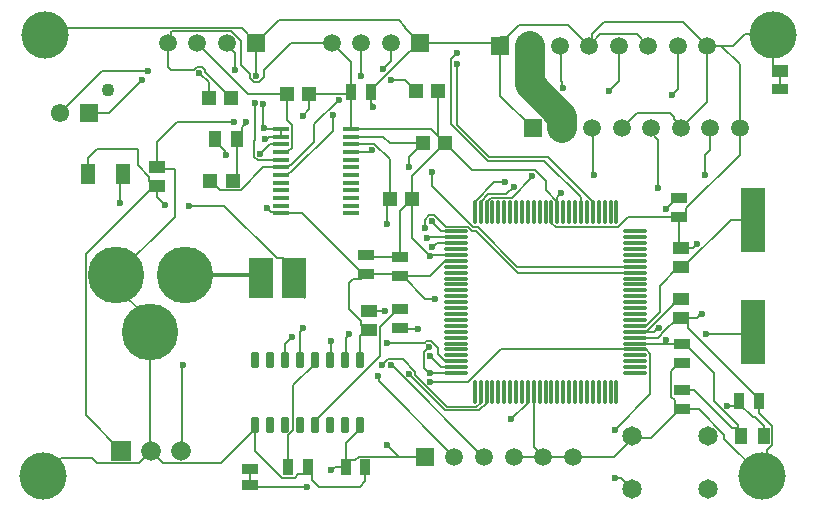
<source format=gtl>
G04*
G04 #@! TF.GenerationSoftware,Altium Limited,Altium Designer,24.0.1 (36)*
G04*
G04 Layer_Physical_Order=1*
G04 Layer_Color=255*
%FSLAX44Y44*%
%MOMM*%
G71*
G04*
G04 #@! TF.SameCoordinates,AE154294-96CE-490B-A9AE-858F9377290F*
G04*
G04*
G04 #@! TF.FilePolarity,Positive*
G04*
G01*
G75*
%ADD16R,1.1500X1.1500*%
%ADD17R,1.3900X0.9600*%
%ADD18R,1.4000X1.0000*%
%ADD19R,0.9600X1.3900*%
%ADD20R,1.0000X1.4000*%
%ADD21R,1.4700X1.0200*%
%ADD22O,2.1000X0.3000*%
%ADD23O,0.3000X2.1000*%
%ADD24R,1.4750X0.4500*%
%ADD25R,2.0000X3.5000*%
%ADD26R,1.1500X1.8000*%
%ADD27R,2.0000X5.5000*%
G04:AMPARAMS|DCode=28|XSize=1.31mm|YSize=0.62mm|CornerRadius=0.0775mm|HoleSize=0mm|Usage=FLASHONLY|Rotation=270.000|XOffset=0mm|YOffset=0mm|HoleType=Round|Shape=RoundedRectangle|*
%AMROUNDEDRECTD28*
21,1,1.3100,0.4650,0,0,270.0*
21,1,1.1550,0.6200,0,0,270.0*
1,1,0.1550,-0.2325,-0.5775*
1,1,0.1550,-0.2325,0.5775*
1,1,0.1550,0.2325,0.5775*
1,1,0.1550,0.2325,-0.5775*
%
%ADD28ROUNDEDRECTD28*%
%ADD42C,1.1000*%
%ADD43C,1.5500*%
%ADD44R,1.5500X1.5500*%
%ADD53C,0.1524*%
%ADD54C,0.3000*%
%ADD55C,2.5000*%
%ADD56C,1.5080*%
%ADD57R,1.5080X1.5080*%
%ADD58C,1.6500*%
%ADD59C,4.8000*%
%ADD60R,1.6650X1.6650*%
%ADD61C,1.6650*%
%ADD62C,0.6000*%
%ADD63C,4.0000*%
D16*
X1317040Y717550D02*
D03*
X1336040D02*
D03*
X1289100Y670560D02*
D03*
X1308100D02*
D03*
X1311300Y762000D02*
D03*
X1330300D02*
D03*
X1202080Y759460D02*
D03*
X1221080D02*
D03*
X1137310Y685800D02*
D03*
X1156310D02*
D03*
X1136040Y755650D02*
D03*
X1155040D02*
D03*
D17*
X1170940Y427990D02*
D03*
Y441960D02*
D03*
X1619250Y763270D02*
D03*
X1536700Y531650D02*
D03*
Y547850D02*
D03*
Y492280D02*
D03*
Y508480D02*
D03*
X1534160Y654840D02*
D03*
Y671040D02*
D03*
X1297940Y604830D02*
D03*
Y621030D02*
D03*
X1268730Y606580D02*
D03*
Y622780D02*
D03*
X1297940Y560860D02*
D03*
Y577060D02*
D03*
D18*
X1619250Y778510D02*
D03*
D19*
X1601470Y499110D02*
D03*
X1585270D02*
D03*
X1273020Y760730D02*
D03*
X1256820D02*
D03*
X1268420Y443230D02*
D03*
X1252220D02*
D03*
X1219680D02*
D03*
X1203480D02*
D03*
D20*
X1605890Y469900D02*
D03*
X1586890D02*
D03*
X1141120Y721360D02*
D03*
X1160120D02*
D03*
D21*
X1535430Y585950D02*
D03*
Y569750D02*
D03*
Y612450D02*
D03*
Y628650D02*
D03*
X1271270Y559590D02*
D03*
Y575790D02*
D03*
X1092200Y681510D02*
D03*
Y697710D02*
D03*
D22*
X1345130Y522930D02*
D03*
Y527930D02*
D03*
Y532930D02*
D03*
Y537930D02*
D03*
Y542930D02*
D03*
Y547930D02*
D03*
Y552930D02*
D03*
Y557930D02*
D03*
Y562930D02*
D03*
Y567930D02*
D03*
Y572930D02*
D03*
Y577930D02*
D03*
Y582930D02*
D03*
Y587930D02*
D03*
Y592930D02*
D03*
Y597930D02*
D03*
Y602930D02*
D03*
Y607930D02*
D03*
Y612930D02*
D03*
Y617930D02*
D03*
Y622930D02*
D03*
Y627930D02*
D03*
Y632930D02*
D03*
Y637930D02*
D03*
Y642930D02*
D03*
X1497130D02*
D03*
Y637930D02*
D03*
Y632930D02*
D03*
Y627930D02*
D03*
Y622930D02*
D03*
Y617930D02*
D03*
Y612930D02*
D03*
Y607930D02*
D03*
Y602930D02*
D03*
Y597930D02*
D03*
Y592930D02*
D03*
Y587930D02*
D03*
Y582930D02*
D03*
Y577930D02*
D03*
Y572930D02*
D03*
Y567930D02*
D03*
Y562930D02*
D03*
Y557930D02*
D03*
Y552930D02*
D03*
Y547930D02*
D03*
Y542930D02*
D03*
Y537930D02*
D03*
Y532930D02*
D03*
Y527930D02*
D03*
Y522930D02*
D03*
D23*
X1361130Y658930D02*
D03*
X1366130D02*
D03*
X1371130D02*
D03*
X1376130D02*
D03*
X1381130D02*
D03*
X1386130D02*
D03*
X1391130D02*
D03*
X1396130D02*
D03*
X1401130D02*
D03*
X1406130D02*
D03*
X1411130D02*
D03*
X1416130D02*
D03*
X1421130D02*
D03*
X1426130D02*
D03*
X1431130D02*
D03*
X1436130D02*
D03*
X1441130D02*
D03*
X1446130D02*
D03*
X1451130D02*
D03*
X1456130D02*
D03*
X1461130D02*
D03*
X1466130D02*
D03*
X1471130D02*
D03*
X1476130D02*
D03*
X1481130D02*
D03*
Y506930D02*
D03*
X1476130D02*
D03*
X1471130D02*
D03*
X1466130D02*
D03*
X1461130D02*
D03*
X1456130D02*
D03*
X1451130D02*
D03*
X1446130D02*
D03*
X1441130D02*
D03*
X1436130D02*
D03*
X1431130D02*
D03*
X1426130D02*
D03*
X1421130D02*
D03*
X1416130D02*
D03*
X1411130D02*
D03*
X1406130D02*
D03*
X1401130D02*
D03*
X1396130D02*
D03*
X1391130D02*
D03*
X1386130D02*
D03*
X1381130D02*
D03*
X1376130D02*
D03*
X1371130D02*
D03*
X1366130D02*
D03*
X1361130D02*
D03*
D24*
X1197270Y729580D02*
D03*
Y723080D02*
D03*
Y716580D02*
D03*
Y710080D02*
D03*
Y703580D02*
D03*
Y697080D02*
D03*
Y690580D02*
D03*
Y684080D02*
D03*
Y677580D02*
D03*
Y671080D02*
D03*
Y664580D02*
D03*
Y658080D02*
D03*
X1256030D02*
D03*
Y664580D02*
D03*
Y671080D02*
D03*
Y677580D02*
D03*
Y684080D02*
D03*
Y690580D02*
D03*
Y697080D02*
D03*
Y703580D02*
D03*
Y710080D02*
D03*
Y716580D02*
D03*
Y723080D02*
D03*
Y729580D02*
D03*
D25*
X1207800Y603250D02*
D03*
X1179800D02*
D03*
D26*
X1033780Y691435D02*
D03*
X1063780D02*
D03*
D27*
X1596390Y557530D02*
D03*
Y652530D02*
D03*
D28*
X1263650Y533790D02*
D03*
X1250950D02*
D03*
X1238250D02*
D03*
X1225550D02*
D03*
X1212850D02*
D03*
X1200150D02*
D03*
X1187450D02*
D03*
X1174750D02*
D03*
Y478790D02*
D03*
X1187450D02*
D03*
X1200150D02*
D03*
X1212850D02*
D03*
X1225550D02*
D03*
X1238250D02*
D03*
X1250950D02*
D03*
X1263650D02*
D03*
D42*
X1050850Y762780D02*
D03*
D43*
X1009850Y742780D02*
D03*
D44*
X1034850D02*
D03*
D53*
X1431130Y667930D02*
Y671729D01*
Y658930D02*
Y667930D01*
Y671729D02*
X1433830Y674429D01*
Y675640D01*
X1051390Y742780D02*
X1079500Y770890D01*
X1034850Y742780D02*
X1051390D01*
X1283387Y780363D02*
X1290188Y787164D01*
X1273020Y762880D02*
X1306002Y795862D01*
X1127760Y777240D02*
X1136040Y768960D01*
X1341168Y788718D02*
X1346200Y793750D01*
X1341168Y733871D02*
Y788718D01*
Y733871D02*
X1372245Y702793D01*
X1420053D01*
X1451130Y671716D01*
Y658930D02*
Y671716D01*
X1346200Y732790D02*
X1372870Y706120D01*
X1346200Y732790D02*
Y784860D01*
X1372870Y706120D02*
X1422940D01*
X1461130Y667930D01*
Y658930D02*
Y667930D01*
X1009850Y742780D02*
X1045580Y778510D01*
X1084580D01*
X1290320Y770890D02*
X1302410D01*
X1290188Y787164D02*
Y802640D01*
X1302410Y770890D02*
X1311300Y762000D01*
X1240188Y802640D02*
X1256820Y786008D01*
Y760730D02*
Y786008D01*
X1336040Y717550D02*
X1358948Y694642D01*
X1330300Y723290D02*
X1336040Y717550D01*
X1330300Y723290D02*
Y762000D01*
X1324010Y729580D02*
X1330300Y723290D01*
X1182370Y779780D02*
X1205230Y802640D01*
X1002966Y815006D02*
X1163724D01*
X1176020Y802570D02*
X1176090Y802640D01*
X1176020Y774748D02*
Y802570D01*
X996950Y808990D02*
X1002966Y815006D01*
X1429662Y646398D02*
X1482593D01*
X1426130Y649930D02*
X1429662Y646398D01*
X1392318Y671462D02*
X1409700Y688844D01*
Y689610D01*
X1421216Y677844D02*
X1431130Y667930D01*
X1421216Y677844D02*
Y685210D01*
X1358948Y694642D02*
X1411784D01*
X1085612Y685848D02*
X1089950Y681510D01*
X1085612Y685848D02*
Y688974D01*
X1075690Y698896D02*
X1085612Y688974D01*
X1107440Y655120D02*
Y695067D01*
X1106547Y695960D02*
X1107440Y695067D01*
X1092200Y697710D02*
Y718820D01*
X1093950Y695960D02*
X1106547D01*
X1108710Y735330D02*
X1156970D01*
X1092200Y718820D02*
X1108710Y735330D01*
X1174750Y720101D02*
Y751840D01*
X1164358Y731347D02*
X1167130Y734119D01*
Y735330D01*
X1182124Y730496D02*
Y750169D01*
Y730496D02*
X1182370Y730250D01*
X1177368Y703251D02*
X1196941D01*
X1182370Y730250D02*
X1183040Y729580D01*
X1197270D01*
X1174420Y706198D02*
Y719772D01*
X1174750Y720101D01*
X1041400Y712470D02*
X1074797D01*
X1075690Y711577D01*
Y698896D02*
Y711577D01*
X1198562Y619988D02*
X1207800Y610750D01*
X1193436Y619988D02*
X1198562D01*
X1118870Y664210D02*
X1149214D01*
X1207800Y603250D02*
Y610750D01*
X1149214Y664210D02*
X1193436Y619988D01*
X1177520Y605530D02*
X1179800Y603250D01*
X1608760Y440360D02*
Y457896D01*
X1612922Y462058D01*
X1572412Y467208D02*
X1604010Y435610D01*
X1608760Y440360D01*
X995680Y435835D02*
X1010695Y450850D01*
X995680Y435610D02*
Y435835D01*
X1010695Y450850D02*
X1037248D01*
X1041255Y446843D01*
X1569720Y800100D02*
X1579880D01*
X1557960D02*
X1569720D01*
X1590040Y810260D02*
X1612490D01*
X1613760Y808990D01*
X1579880Y800100D02*
X1590040Y810260D01*
X1170940Y427990D02*
X1172210Y426720D01*
X1219200D01*
X1497130Y547930D02*
X1527250D01*
X1323340Y523085D02*
X1344975D01*
X1479550Y474980D02*
Y475860D01*
X1240731Y440690D02*
X1243271Y443230D01*
X1252220D01*
X1239520Y440690D02*
X1240731D01*
X1170940Y427990D02*
Y441960D01*
X1613760Y782748D02*
X1617998Y778510D01*
X1613760Y782748D02*
Y808990D01*
X1617998Y778510D02*
X1619250D01*
Y763270D02*
Y778510D01*
X1435307Y765190D02*
X1436163Y764333D01*
X1435307Y765190D02*
Y769318D01*
X1434244Y770381D02*
X1435307Y769318D01*
X1434244Y770381D02*
Y798816D01*
X1329901Y539159D02*
Y544115D01*
Y539159D02*
X1336130Y532930D01*
X1324154Y549862D02*
X1329901Y544115D01*
X1336130Y532930D02*
X1345130D01*
X1612922Y462058D02*
Y477742D01*
X1460430Y730250D02*
X1461100Y729580D01*
Y691550D02*
Y729580D01*
Y691550D02*
X1461770Y690880D01*
X1374662Y671462D02*
X1392318D01*
X1371130Y667930D02*
X1374662Y671462D01*
X1372456Y674256D02*
X1387996D01*
X1371130Y658930D02*
Y667930D01*
X1387996Y674256D02*
X1394460Y680720D01*
X1411784Y694642D02*
X1421216Y685210D01*
X1366130Y667930D02*
X1372456Y674256D01*
X1516380Y679450D02*
Y720632D01*
X1510430Y726582D02*
Y730250D01*
Y726582D02*
X1516380Y720632D01*
X1536310Y654840D02*
X1540348Y658878D01*
Y662604D02*
X1585430Y707686D01*
X1540348Y658878D02*
Y662604D01*
X1534160Y654840D02*
X1536310D01*
X1585430Y707686D02*
Y730250D01*
X1366130Y658930D02*
Y667930D01*
X1555750Y707425D02*
X1560430Y712105D01*
X1555750Y690880D02*
Y707425D01*
X1560430Y712105D02*
Y730250D01*
X1361130Y667930D02*
X1377730Y684530D01*
X1386840D01*
X1361130Y658930D02*
Y667930D01*
X1382960Y757720D02*
X1410430Y730250D01*
X1382960Y757720D02*
Y800100D01*
X1491035Y654840D02*
X1534160D01*
X1482593Y646398D02*
X1491035Y654840D01*
X1426130Y649930D02*
Y658930D01*
X1432960Y800100D02*
X1434244Y798816D01*
X1324610Y650664D02*
X1332344Y642930D01*
X1318794Y645878D02*
Y652794D01*
X1332344Y642930D02*
X1345130D01*
X1322526Y656526D02*
X1326694D01*
X1324610Y650664D02*
Y651494D01*
X1326694Y656526D02*
X1336758Y646462D01*
X1355652D01*
X1318794Y652794D02*
X1322526Y656526D01*
X1355652Y646462D02*
X1358510Y643604D01*
X1320800Y637540D02*
X1320995Y637735D01*
X1344935D01*
X1460166Y802306D02*
X1467532Y809672D01*
X1457960Y800100D02*
X1460166Y802306D01*
X1498388Y809672D02*
X1507960Y800100D01*
X1467532Y809672D02*
X1498388D01*
X1474470Y762000D02*
X1482960Y770490D01*
Y800100D01*
X1344935Y637735D02*
X1345130Y637930D01*
X1527810Y758190D02*
X1532960Y763340D01*
Y800100D01*
X1328831Y632930D02*
X1345130D01*
X1325821Y629920D02*
X1328831Y632930D01*
X1324610Y629920D02*
X1325821D01*
X1308100Y637540D02*
X1323340Y622300D01*
X1308100Y637540D02*
Y670560D01*
Y689610D02*
X1336040Y717550D01*
X1529688Y738404D02*
Y739802D01*
X1535430Y730250D02*
Y732662D01*
X1529688Y738404D02*
X1535430Y732662D01*
X1526540Y742950D02*
X1529688Y739802D01*
X1498600Y742950D02*
X1526540D01*
X1485900Y730250D02*
X1498600Y742950D01*
X1485430Y730250D02*
X1485900D01*
X1585430D02*
Y784390D01*
X1569720Y800100D02*
X1585430Y784390D01*
X1323340Y622300D02*
X1323688Y622648D01*
X1344848D01*
X1557960Y752780D02*
Y800100D01*
X1535430Y730250D02*
X1557960Y752780D01*
X1300090Y604830D02*
X1323030D01*
X1506130Y557930D02*
X1512766D01*
X1497130D02*
X1506130D01*
X1515672Y560836D02*
X1516884D01*
X1512766Y557930D02*
X1515672Y560836D01*
X1557020Y556260D02*
X1595120D01*
X1596390Y557530D01*
X1527250Y547930D02*
X1527330Y547850D01*
X1522730Y661760D02*
X1532010Y671040D01*
X1522730Y661670D02*
Y661760D01*
X1532010Y671040D02*
X1534160D01*
X1520912Y557482D02*
X1533180Y569750D01*
X1516360Y552930D02*
X1517698Y554268D01*
Y554534D02*
X1520646Y557482D01*
X1520912D01*
X1517698Y554268D02*
Y554534D01*
X1527330Y547850D02*
X1536700D01*
X1535430Y628650D02*
X1545590D01*
X1534160Y629920D02*
Y654840D01*
Y629920D02*
X1535430Y628650D01*
X1537680Y569750D02*
X1548979D01*
X1535430D02*
X1537680D01*
X1545590Y628650D02*
X1549400Y632460D01*
X1548979Y569750D02*
X1551999Y572770D01*
X1553210D01*
X1538850Y547850D02*
X1563401Y523299D01*
X1583914Y474875D02*
Y479069D01*
Y472876D02*
Y474875D01*
X1582652Y476138D02*
X1583914Y474875D01*
X1563401Y499582D02*
Y523299D01*
Y499582D02*
X1583914Y479069D01*
Y472876D02*
X1586890Y469900D01*
X1537680Y569750D02*
X1542018Y565412D01*
Y560712D02*
Y565412D01*
Y560712D02*
X1601470Y501260D01*
Y499110D02*
Y501260D01*
X1537680Y612450D02*
X1577760Y652530D01*
X1535430Y612450D02*
X1537680D01*
X1577760Y652530D02*
X1596390D01*
X1517726Y574526D02*
Y596996D01*
X1533180Y612450D02*
X1535430D01*
X1497130Y562930D02*
X1506130D01*
X1517726Y574526D01*
Y596996D02*
X1533180Y612450D01*
X1506130Y557930D02*
X1528842Y580642D01*
Y581612D01*
X1533180Y585950D01*
X1535430D01*
X1533180Y569750D02*
X1535430D01*
X1497130Y552930D02*
X1516360D01*
X1530512Y496318D02*
X1534550Y492280D01*
X1530512Y496318D02*
Y500044D01*
X1527718Y502838D02*
X1530512Y500044D01*
X1534550Y492280D02*
X1536700D01*
X1527718Y502838D02*
Y524818D01*
X1534550Y531650D01*
X1536700D01*
X1541649Y508480D02*
X1546599D01*
X1536700Y547850D02*
X1538850D01*
X1574800Y495300D02*
X1583610D01*
X1585270Y496960D01*
X1601470Y489194D02*
Y499110D01*
X1550841Y492280D02*
X1572412Y470709D01*
Y467208D02*
Y470709D01*
X1536700Y492280D02*
X1550841D01*
X1601470Y489194D02*
X1612922Y477742D01*
X1598674Y485706D02*
X1605890Y478490D01*
Y469900D02*
Y478490D01*
X1076763Y446843D02*
X1087120Y457200D01*
X1041255Y446843D02*
X1076763D01*
X1163724Y815006D02*
X1176090Y802640D01*
X1585270Y496960D02*
X1596524Y485706D01*
X1598674D01*
X1480146Y433744D02*
X1484836D01*
X1479550Y434340D02*
X1480146Y433744D01*
X1484836D02*
X1494040Y424540D01*
X1479550Y474980D02*
X1509662Y505092D01*
Y539398D01*
X1506130Y542930D02*
X1509662Y539398D01*
X1497130Y542930D02*
X1506130D01*
X1495310Y468270D02*
X1510540D01*
X1534550Y492280D01*
X1578941Y476138D02*
X1582652D01*
X1546599Y508480D02*
X1578941Y476138D01*
X1355825Y515620D02*
X1383135Y542930D01*
X1323340Y515620D02*
X1355825D01*
X1383135Y542930D02*
X1497130D01*
X1287732Y534622D02*
X1300121D01*
X1318308Y527002D02*
X1319506Y525804D01*
X1310688Y521156D02*
X1337446Y494398D01*
X1319565Y525804D02*
X1322129Y523240D01*
X1323340D01*
X1310688Y521156D02*
Y524054D01*
X1300121Y534622D02*
X1310688Y524054D01*
X1319506Y525804D02*
X1319565D01*
X1337446Y494398D02*
X1362598D01*
X1336022Y491604D02*
X1364804D01*
X1305608Y522018D02*
X1336022Y491604D01*
X1344975Y523085D02*
X1345130Y522930D01*
X1297940Y604830D02*
X1300090D01*
X1319450Y585470D01*
X1327737D01*
X1332620Y527930D02*
X1345130D01*
X1323340Y537210D02*
X1332620Y527930D01*
X1318308Y541068D02*
X1322070Y544830D01*
X1318308Y527002D02*
Y541068D01*
X1256030Y729580D02*
X1324010D01*
X1305560Y697230D02*
Y706070D01*
X1317040Y717550D01*
X1324610Y681455D02*
X1359667Y646398D01*
X1363618D01*
X1397086Y612930D01*
X1497130D01*
X1324610Y681455D02*
Y693420D01*
X1358510Y643604D02*
X1362461D01*
X1398135Y607930D01*
X1286510Y667970D02*
X1289100Y670560D01*
X1286510Y648970D02*
Y667970D01*
X1398135Y607930D02*
X1497130D01*
X1411130Y459980D02*
Y506930D01*
X1418990Y452120D02*
X1443990D01*
X1391920Y483870D02*
X1392065D01*
X1406130Y497935D02*
Y506930D01*
X1392065Y483870D02*
X1406130Y497935D01*
X1344848Y622648D02*
X1345130Y622930D01*
X1319986Y549862D02*
X1324154D01*
X1286510Y548640D02*
X1318764D01*
X1319986Y549862D01*
X1298730Y560070D02*
X1313180D01*
X1297940Y560860D02*
X1298730Y560070D01*
X1280652Y561922D02*
X1295790Y577060D01*
X1323030Y604830D02*
X1336130Y617930D01*
X1345130D01*
X1238250Y533790D02*
X1239520Y535060D01*
Y549910D01*
X1364804Y491604D02*
X1371130Y497930D01*
Y506930D01*
X1280652Y537342D02*
Y561922D01*
X1225550Y482240D02*
X1280652Y537342D01*
X1263650Y533790D02*
Y554220D01*
X1290920Y529590D02*
X1368390Y452120D01*
X1282700Y529590D02*
X1287732Y534622D01*
X1290320Y529590D02*
X1290920D01*
X1279746Y516364D02*
Y519844D01*
X1278890Y520700D02*
X1279746Y519844D01*
Y516364D02*
X1343990Y452120D01*
X1057850Y605530D02*
X1107440Y655120D01*
X1031818Y623378D02*
X1089950Y681510D01*
X1092200Y697710D02*
X1093950Y695960D01*
X1254760Y555049D02*
Y556260D01*
X1250950Y533790D02*
X1252513Y535353D01*
Y552802D01*
X1254760Y555049D01*
X1362598Y494398D02*
X1366130Y497930D01*
Y506930D01*
X1271750Y575310D02*
X1285240D01*
X1271270Y575790D02*
X1271750Y575310D01*
X1263650Y554220D02*
X1269020Y559590D01*
X1296190Y606580D02*
X1297940Y604830D01*
X1268730Y606580D02*
X1296190D01*
X1264682Y563928D02*
Y567054D01*
Y563928D02*
X1269020Y559590D01*
X1254760Y576976D02*
X1264682Y567054D01*
X1295790Y577060D02*
X1297940D01*
X1287541Y452120D02*
X1296670D01*
X1286510Y462280D02*
X1296670Y452120D01*
X1318990D01*
X1393990D02*
X1418990D01*
X1411130Y459980D02*
X1418990Y452120D01*
X1443990D02*
X1479160D01*
X1495310Y468270D01*
X1207718Y512508D02*
X1225550Y530340D01*
Y533790D01*
X1203480Y443230D02*
Y470050D01*
X1207718Y474288D01*
Y512508D01*
X1215390Y560129D02*
Y561340D01*
X1212850Y533790D02*
Y557589D01*
X1215390Y560129D01*
X1368390Y452120D02*
X1368990D01*
X1200150Y547370D02*
X1206500Y553720D01*
X1200150Y533790D02*
Y547370D01*
X1252220Y445380D02*
Y463910D01*
Y445380D02*
X1256258Y449418D01*
X1259984D01*
X1262778Y452212D01*
X1252220Y443230D02*
Y445380D01*
X1262778Y452212D02*
X1287449D01*
X1287541Y452120D01*
X1252220Y463910D02*
X1263650Y475340D01*
Y478790D01*
X1308100Y670560D02*
Y689610D01*
X1256820Y730370D02*
Y760730D01*
X1184851Y721360D02*
X1186571Y723080D01*
X1197270D01*
X1183640Y721360D02*
X1184851D01*
X1187750Y716580D02*
X1197270D01*
X1179453Y708282D02*
X1187750Y716580D01*
X1196148Y659202D02*
X1197270Y658080D01*
X1188648Y659202D02*
X1196148D01*
X1184910Y662940D02*
X1188648Y659202D01*
X1265054Y774834D02*
Y802506D01*
X1265188Y802640D01*
X1264920Y774700D02*
X1265054Y774834D01*
X1225073Y733583D02*
X1245870Y754380D01*
X1225073Y718885D02*
Y733583D01*
X1205487Y699298D02*
X1225073Y718885D01*
X1204613Y699298D02*
X1205487D01*
X1202395Y697080D02*
X1204613Y699298D01*
X1197270Y697080D02*
X1202395D01*
X1215390Y740410D02*
X1221080Y746100D01*
Y759460D01*
X1202080Y737269D02*
Y759460D01*
Y737269D02*
X1206677Y732672D01*
Y713488D02*
Y732672D01*
X1205487Y712298D02*
X1206677Y713488D01*
X1204613Y712298D02*
X1205487D01*
X1202395Y710080D02*
X1204613Y712298D01*
X1197270Y710080D02*
X1202395D01*
Y690580D02*
X1204613Y692798D01*
X1205487D01*
X1240790Y728101D01*
X1197270Y690580D02*
X1202395D01*
X1240790Y728101D02*
Y741680D01*
X1273020Y751301D02*
X1275080Y749241D01*
X1273020Y751301D02*
Y760730D01*
X1275080Y748030D02*
Y749241D01*
X1289100Y670560D02*
Y703741D01*
X1272956Y711557D02*
X1274167D01*
X1256030Y710080D02*
X1271479D01*
X1272956Y711557D01*
X1276252Y716590D02*
X1289100Y703741D01*
X1256040Y716590D02*
X1276252D01*
X1256030Y716580D02*
X1256040Y716590D01*
X1256030Y723080D02*
X1283839D01*
X1270480Y621030D02*
X1297940D01*
X1268730Y622780D02*
X1270480Y621030D01*
X1297940D02*
Y660400D01*
X1308100Y670560D01*
X1264692Y602542D02*
X1268730Y606580D01*
X1257862Y602542D02*
X1264692D01*
X1254760Y599440D02*
X1257862Y602542D01*
X1254760Y576976D02*
Y599440D01*
X1269020Y559590D02*
X1271270D01*
X1225550Y478790D02*
Y482240D01*
X1256030Y729580D02*
X1256820Y730370D01*
X1283839Y723080D02*
X1289368Y717550D01*
X1317040D01*
X1181879Y750414D02*
X1182124Y750169D01*
X1163320Y783590D02*
X1170533Y776377D01*
X1182370Y773982D02*
Y779780D01*
X1170533Y773119D02*
Y776377D01*
Y773119D02*
X1173936Y769716D01*
X1178104D02*
X1182370Y773982D01*
X1173936Y769716D02*
X1178104D01*
X1197270Y723080D02*
Y729580D01*
X1169270Y759460D02*
X1202080D01*
X1164358Y725598D02*
Y731347D01*
X1162902Y678018D02*
X1181964Y697080D01*
X1174420Y706198D02*
X1177368Y703251D01*
X1196941D02*
X1197270Y703580D01*
X1181964Y697080D02*
X1197270D01*
X1126090Y802640D02*
X1169270Y759460D01*
X1205230Y802640D02*
X1240188D01*
X1215080Y658080D02*
X1266580Y606580D01*
X1197270Y658080D02*
X1215080D01*
X1266580Y606580D02*
X1268730D01*
X1160120Y721360D02*
X1164358Y725598D01*
X1221080Y759460D02*
X1255550D01*
X1256820Y760730D01*
X1149764Y708246D02*
Y710716D01*
X1141120Y719360D02*
Y721360D01*
Y719360D02*
X1149764Y710716D01*
Y708246D02*
X1150620Y707390D01*
X1145092Y678018D02*
X1162902D01*
X1137310Y685800D02*
X1145092Y678018D01*
X1156310Y685800D02*
X1160120Y689610D01*
Y721360D01*
X1223718Y432362D02*
Y439192D01*
X1219680Y443230D02*
X1223718Y439192D01*
Y432362D02*
X1229360Y426720D01*
X1263650D01*
X1268420Y431490D01*
Y443230D01*
X1215642Y437042D02*
X1219680Y441080D01*
X1211916Y437042D02*
X1215642D01*
X1209122Y434248D02*
X1211916Y437042D01*
X1197838Y434248D02*
X1209122D01*
X1174750Y457336D02*
X1197838Y434248D01*
X1174750Y457336D02*
Y475340D01*
X1219680Y441080D02*
Y443230D01*
X1092200Y671830D02*
Y681510D01*
Y671830D02*
X1098550Y665480D01*
X1207800Y595750D02*
Y603250D01*
Y595750D02*
X1217038Y586512D01*
X1033780Y691435D02*
Y704850D01*
X1041400Y712470D01*
X1089950Y681510D02*
X1092200D01*
X1060450Y666750D02*
Y688105D01*
X1063780Y691435D01*
X1113155Y528955D02*
X1113790Y529590D01*
X1112520Y457200D02*
X1113155Y457835D01*
Y528955D01*
X1146253Y446843D02*
X1174750Y475340D01*
X1087120Y457200D02*
X1097477Y446843D01*
X1146253D01*
X1031818Y487102D02*
X1061720Y457200D01*
X1031818Y487102D02*
Y623378D01*
X1057850Y595530D02*
Y605530D01*
Y595530D02*
X1085850Y567530D01*
Y557530D02*
Y567530D01*
Y557530D02*
X1086485Y556895D01*
Y457835D02*
X1087120Y457200D01*
X1086485Y457835D02*
Y556895D01*
X1101090Y802640D02*
X1103684Y805234D01*
Y811373D02*
X1104523Y812212D01*
X1155055D01*
X1103684Y805234D02*
Y811373D01*
X1155055Y812212D02*
X1163320Y803947D01*
Y783590D02*
Y803947D01*
X1151090Y801331D02*
X1158240Y794181D01*
Y779780D02*
Y794181D01*
X1151090Y801331D02*
Y802640D01*
X1123184Y779780D02*
X1125676Y782272D01*
X1129844D01*
X1132792Y777898D02*
X1155040Y755650D01*
X1132792Y777898D02*
Y779324D01*
X1136040Y755650D02*
Y768960D01*
X1129844Y782272D02*
X1132792Y779324D01*
X1103630Y779780D02*
X1123184D01*
X1101090Y782320D02*
Y802640D01*
Y782320D02*
X1103630Y779780D01*
X1306002Y795862D02*
X1308409D01*
X1315188Y802640D01*
X1273020Y760730D02*
Y762880D01*
X1302540Y815288D02*
Y815820D01*
Y815288D02*
X1315188Y802640D01*
X1296670Y821690D02*
X1302540Y815820D01*
X1195140Y821690D02*
X1296670D01*
X1176090Y802640D02*
X1195140Y821690D01*
X1460166Y809926D02*
X1470660Y820420D01*
X1460166Y802306D02*
Y809926D01*
X1470660Y820420D02*
X1537640D01*
X1557960Y800100D01*
X1382653Y807720D02*
X1388110D01*
X1382653Y800407D02*
Y807720D01*
Y800407D02*
X1382960Y800100D01*
X1388110Y807720D02*
X1398270Y817880D01*
X1440180D01*
X1457960Y800100D01*
X1315188Y802640D02*
X1380420D01*
D54*
X1115850Y605530D02*
X1177520D01*
D55*
X1407960Y767550D02*
X1435430Y740080D01*
Y730250D02*
Y740080D01*
X1407960Y767550D02*
Y800100D01*
D56*
X1443990Y452120D02*
D03*
X1418990D02*
D03*
X1343990D02*
D03*
X1393990D02*
D03*
X1368990D02*
D03*
X1460430Y730250D02*
D03*
X1485430D02*
D03*
X1435430D02*
D03*
X1510430D02*
D03*
X1535430D02*
D03*
X1560430D02*
D03*
X1585430D02*
D03*
X1290188Y802640D02*
D03*
X1265188D02*
D03*
X1240188D02*
D03*
X1432960Y800100D02*
D03*
X1457960D02*
D03*
X1407960D02*
D03*
X1482960D02*
D03*
X1507960D02*
D03*
X1532960D02*
D03*
X1557960D02*
D03*
X1151090Y802640D02*
D03*
X1126090D02*
D03*
X1101090D02*
D03*
D57*
X1318990Y452120D02*
D03*
X1410430Y730250D02*
D03*
X1315188Y802640D02*
D03*
X1382960Y800100D02*
D03*
X1176090Y802640D02*
D03*
D58*
X1559040Y424540D02*
D03*
X1494040D02*
D03*
X1559040Y469540D02*
D03*
X1494040D02*
D03*
D59*
X1115850Y605530D02*
D03*
X1057850D02*
D03*
X1085850Y557530D02*
D03*
D60*
X1061720Y457200D02*
D03*
D61*
X1087120D02*
D03*
X1112520D02*
D03*
D62*
X1433830Y675640D02*
D03*
X1079500Y770890D02*
D03*
X1283387Y780363D02*
D03*
X1127760Y777240D02*
D03*
X1346200Y793750D02*
D03*
X1084580Y778510D02*
D03*
X1346200Y784860D02*
D03*
X1290320Y770890D02*
D03*
X1176020Y774748D02*
D03*
X1409700Y689610D02*
D03*
X1156970Y735330D02*
D03*
X1167130D02*
D03*
X1182370Y730250D02*
D03*
X1219200Y426720D02*
D03*
X1239520Y440690D02*
D03*
X1436163Y764333D02*
D03*
X1461770Y690880D02*
D03*
X1516380Y679450D02*
D03*
X1394460Y680720D02*
D03*
X1555750Y690880D02*
D03*
X1386840Y684530D02*
D03*
X1324610Y651494D02*
D03*
X1318794Y645878D02*
D03*
X1320800Y637540D02*
D03*
X1474470Y762000D02*
D03*
X1527810Y758190D02*
D03*
X1324610Y629920D02*
D03*
X1323340Y622300D02*
D03*
X1516884Y560836D02*
D03*
X1522730Y551228D02*
D03*
X1557020Y556260D02*
D03*
X1522730Y661670D02*
D03*
X1549400Y632460D02*
D03*
X1553210Y572770D02*
D03*
X1574800Y495300D02*
D03*
X1479550Y434340D02*
D03*
Y474980D02*
D03*
X1323340Y515620D02*
D03*
Y523240D02*
D03*
X1327737Y585470D02*
D03*
X1323340Y537210D02*
D03*
X1305560Y697230D02*
D03*
X1324610Y693420D02*
D03*
X1286510Y648970D02*
D03*
X1391920Y483870D02*
D03*
X1322070Y544830D02*
D03*
X1313180Y560070D02*
D03*
X1239520Y549910D02*
D03*
X1305608Y522018D02*
D03*
X1286510Y548640D02*
D03*
X1290320Y529590D02*
D03*
X1282700D02*
D03*
X1278890Y520700D02*
D03*
X1254760Y556260D02*
D03*
X1285240Y575310D02*
D03*
X1286510Y462280D02*
D03*
X1215390Y561340D02*
D03*
X1206500Y553720D02*
D03*
X1183640Y721360D02*
D03*
X1184910Y662940D02*
D03*
X1264920Y774700D02*
D03*
X1245870Y754380D02*
D03*
X1240790Y741680D02*
D03*
X1275080Y748030D02*
D03*
X1274167Y711557D02*
D03*
X1181879Y750414D02*
D03*
X1179453Y708282D02*
D03*
X1174750Y751840D02*
D03*
X1215390Y740410D02*
D03*
X1150620Y707390D02*
D03*
X1098550Y665480D02*
D03*
X1118870Y664210D02*
D03*
X1060450Y666750D02*
D03*
X1113790Y529590D02*
D03*
X1158240Y779780D02*
D03*
D63*
X1604010Y435610D02*
D03*
X995680D02*
D03*
X996950Y808990D02*
D03*
X1613760D02*
D03*
M02*

</source>
